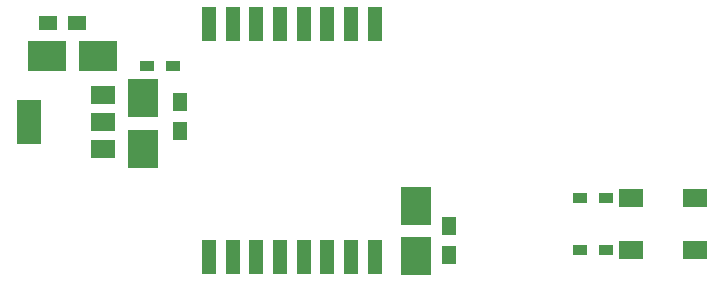
<source format=gtp>
%TF.GenerationSoftware,KiCad,Pcbnew,no-vcs-found-47f37ef~60~ubuntu16.04.1*%
%TF.CreationDate,2017-10-11T15:33:38+03:00*%
%TF.ProjectId,rpi_zero,7270695F7A65726F2E6B696361645F70,rev?*%
%TF.SameCoordinates,Original*%
%TF.FileFunction,Paste,Top*%
%TF.FilePolarity,Positive*%
%FSLAX46Y46*%
G04 Gerber Fmt 4.6, Leading zero omitted, Abs format (unit mm)*
G04 Created by KiCad (PCBNEW no-vcs-found-47f37ef~60~ubuntu16.04.1) date Wed Oct 11 15:33:38 2017*
%MOMM*%
%LPD*%
G01*
G04 APERTURE LIST*
%ADD10R,2.500000X3.200000*%
%ADD11R,1.250000X1.500000*%
%ADD12R,1.500000X1.250000*%
%ADD13R,3.200000X2.500000*%
%ADD14R,1.200000X3.000000*%
%ADD15R,2.000000X1.500000*%
%ADD16R,2.000000X3.800000*%
%ADD17R,1.200000X0.900000*%
%ADD18R,2.000000X1.600000*%
G04 APERTURE END LIST*
D10*
X143811880Y-103009420D03*
X143811880Y-107309420D03*
D11*
X146611880Y-107209420D03*
X146611880Y-104709420D03*
D12*
X115161880Y-87559420D03*
X112661880Y-87559420D03*
D13*
X112561880Y-90359420D03*
X116861880Y-90359420D03*
D10*
X120711880Y-93909420D03*
X120711880Y-98209420D03*
D11*
X123811880Y-96709420D03*
X123811880Y-94209420D03*
D14*
X126311880Y-107359420D03*
X128311880Y-107359420D03*
X130311880Y-107359420D03*
X132311880Y-107359420D03*
X134311880Y-107359420D03*
X136311880Y-107359420D03*
X138311880Y-107359420D03*
X140311880Y-107359420D03*
X140311880Y-87659420D03*
X138311880Y-87659420D03*
X136311880Y-87659420D03*
X134311880Y-87659420D03*
X132311880Y-87659420D03*
X130311880Y-87659420D03*
X128311880Y-87659420D03*
X126311880Y-87659420D03*
D15*
X117361880Y-98259420D03*
X117361880Y-93659420D03*
X117361880Y-95959420D03*
D16*
X111061880Y-95959420D03*
D17*
X121011880Y-91159420D03*
X123211880Y-91159420D03*
X159911880Y-102359420D03*
X157711880Y-102359420D03*
D18*
X162011880Y-102359420D03*
X167411880Y-102359420D03*
D17*
X159911880Y-106759420D03*
X157711880Y-106759420D03*
D18*
X162011880Y-106759420D03*
X167411880Y-106759420D03*
M02*

</source>
